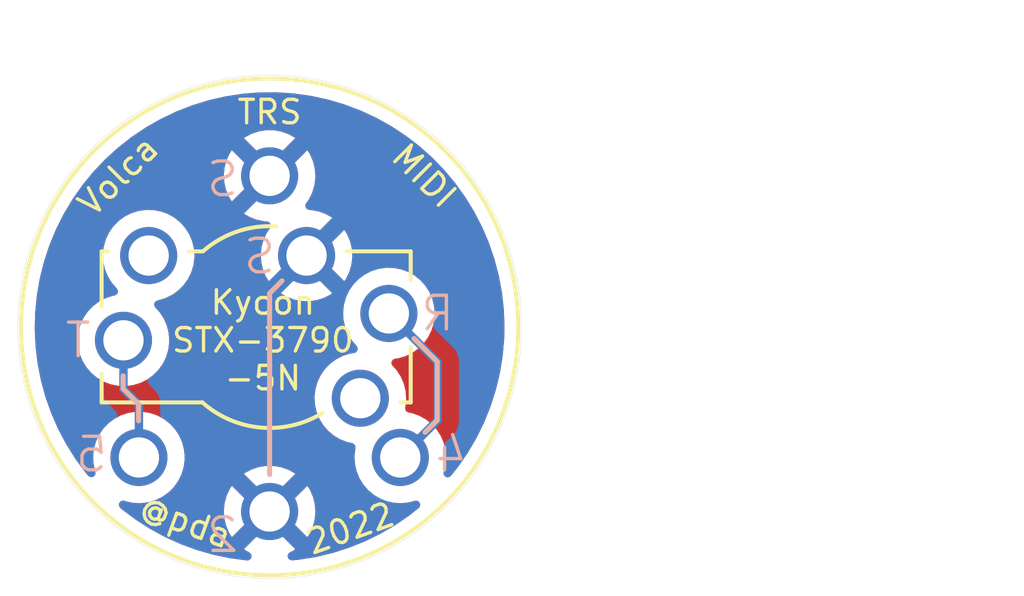
<source format=kicad_pcb>
(kicad_pcb (version 20211014) (generator pcbnew)
  (layers (0 "F.Cu" signal) (31 "B.Cu" signal) (34 "B.Paste" user) (35 "F.Paste" user) (36 "B.SilkS" user "B.Silkscreen") (37 "F.SilkS" user "F.Silkscreen") (38 "B.Mask" user) (39 "F.Mask" user) (44 "Edge.Cuts" user))
  (net 0 "")
  (net 1 "/SLEEVE")
  (net 2 "/RING")
  (net 3 "/TIP")
  (footprint "Library:MIDI DIN5 jack straight" (layer "F.Cu") (at 40 40)
    (fp_text reference "J1" hide)
    (fp_text value "DIN-5_180degree")
    (fp_circle (center 0 0) (end 7.4 0) (layer "F.SilkS") (width 0.12) (fill none))
    (pad "2" thru_hole circle (at 0 5.5) (size 1.7 1.7) (drill 1.2) (layers *.Cu *.Mask) (net 1 "/SLEEVE"))
    (pad "4" thru_hole circle (at 3.89 3.89) (size 1.7 1.7) (drill 1.2) (layers *.Cu *.Mask) (net 2 "/RING"))
    (pad "5" thru_hole circle (at -3.89 3.89) (size 1.7 1.7) (drill 1.2) (layers *.Cu *.Mask) (net 3 "/TIP"))
    (pad "S" thru_hole circle (at 0 -4.5) (size 1.7 1.7) (drill 1.2) (layers *.Cu *.Mask) (net 1 "/SLEEVE"))
  )
  (footprint "Library:3.5mm TRS STX-3790-5N" (layer "F.Cu") (at 40 40)
    (fp_text reference "J2" hide)
    (fp_text value "AudioJack3")
    (fp_line (start 4.2 0.6) (end 4.2 2.25) (layer "F.SilkS") (width 0.12))
    (fp_line (start -5 -0.6) (end -5 -2.25) (layer "F.SilkS") (width 0.12))
    (fp_line (start 4.2 -1.4) (end 4.2 -2.25) (layer "F.SilkS") (width 0.12))
    (fp_line (start 4.2 -2.25) (end 2.3 -2.25) (layer "F.SilkS") (width 0.12))
    (fp_line (start 4.2 2.25) (end 3.9 2.25) (layer "F.SilkS") (width 0.12))
    (fp_line (start -5 2.25) (end -5 1.4) (layer "F.SilkS") (width 0.12))
    (fp_line (start -2 -2.25) (end -2.4 -2.25) (layer "F.SilkS") (width 0.12))
    (fp_line (start -5 2.25) (end -2 2.25) (layer "F.SilkS") (width 0.12))
    (fp_line (start -5 -2.25) (end -4.8 -2.25) (layer "F.SilkS") (width 0.12))
    (fp_arc (start -1.984399 -2.249856) (mid -0.966233 -2.840085) (end 0.200634 -2.993231) (layer "F.SilkS") (width 0.12))
    (fp_arc (start 1.577742 2.56383) (mid -0.263055 2.998883) (end -2 2.25) (layer "F.SilkS") (width 0.12))
    (pad "1" thru_hole circle (at 3.55 -0.4) (size 1.7 1.7) (drill 1.2) (layers *.Cu *.Mask) (net 2 "/RING"))
    (pad "2" thru_hole circle (at 2.7 2.125) (size 1.7 1.7) (drill 1.2) (layers *.Cu *.Mask))
    (pad "3" thru_hole circle (at -3.6 -2.125) (size 1.7 1.7) (drill 1.2) (layers *.Cu *.Mask))
    (pad "4" thru_hole circle (at -4.35 0.4) (size 1.7 1.7) (drill 1.2) (layers *.Cu *.Mask) (net 3 "/TIP"))
    (pad "5" thru_hole circle (at 1.1 -2.125) (size 1.7 1.7) (drill 1.2) (layers *.Cu *.Mask) (net 1 "/SLEEVE"))
  )
  (gr_line (start 36.1 42.3) (end 35.64109 41.84139) (layer "B.SilkS") (width 0.15))
  (gr_line (start 44.989644 41.037054) (end 44.299338 40.346682) (layer "B.SilkS") (width 0.15))
  (gr_line (start 40 44.4) (end 40 39) (layer "B.SilkS") (width 0.15))
  (gr_line (start 36.1 42.8) (end 36.1 42.3) (layer "B.SilkS") (width 0.15))
  (gr_line (start 40 39) (end 40.36942 38.628746) (layer "B.SilkS") (width 0.15))
  (gr_line (start 35.64109 41.84139) (end 35.64109 41.456633) (layer "B.SilkS") (width 0.15))
  (gr_line (start 44.628573 43.141562) (end 44.989644 42.777893) (layer "B.SilkS") (width 0.15))
  (gr_line (start 44.989644 42.777893) (end 44.989644 41.037054) (layer "B.SilkS") (width 0.15))
  (gr_circle (center 40 40) (end 47.5 40) (layer "Edge.Cuts") (width 0.01) (fill none))
  (gr_text "R" (at 45 39.6) (layer "B.SilkS") (effects (font (size 1 1) (thickness 0.1)) (justify mirror)))
  (gr_text "2" (at 38.6 46.2) (layer "B.SilkS") (effects (font (size 1 1) (thickness 0.1)) (justify mirror)))
  (gr_text "S" (at 39.7 37.9) (layer "B.SilkS") (effects (font (size 1 1) (thickness 0.1)) (justify mirror)))
  (gr_text "4" (at 45.4 43.8) (layer "B.SilkS") (effects (font (size 1 1) (thickness 0.1)) (justify mirror)))
  (gr_text "T" (at 34.3 40.4) (layer "B.SilkS") (effects (font (size 1 1) (thickness 0.1)) (justify mirror)))
  (gr_text "5" (at 34.7 43.8) (layer "B.SilkS") (effects (font (size 1 1) (thickness 0.1)) (justify mirror)))
  (gr_text "S" (at 38.6 35.6) (layer "B.SilkS") (effects (font (size 1 1) (thickness 0.1)) (justify mirror)))
  (gr_text "TRS" (at 40 33.6) (layer "F.SilkS") (effects (font (size 0.7 0.7) (thickness 0.1))))
  (gr_text "Kycon\nSTX-3790\n-5N" (at 39.8 40.4) (layer "F.SilkS") (effects (font (size 0.7 0.7) (thickness 0.1))))
  (gr_text "@pda" (at 37.5 45.8 -20) (layer "F.SilkS") (effects (font (size 0.7 0.7) (thickness 0.1))))
  (gr_text "Volca" (at 35.5 35.5 45) (layer "F.SilkS") (effects (font (size 0.7 0.7) (thickness 0.1))))
  (gr_text "MIDI" (at 44.6 35.5 -45) (layer "F.SilkS") (effects (font (size 0.7 0.7) (thickness 0.1))))
  (gr_text "2022" (at 42.4 46 20) (layer "F.SilkS") (effects (font (size 0.7 0.7) (thickness 0.1))))
  (segment (start 43.89 43.89) (end 45 42.78) (width 0.25) (layer "B.Cu") (net 2))
  (segment (start 45 41.05) (end 43.55 39.6) (width 0.25) (layer "B.Cu") (net 2))
  (segment (start 45 42.78) (end 45 41.05) (width 0.25) (layer "B.Cu") (net 2))
  (segment (start 35.65 40.4) (end 35.65 41.85) (width 0.25) (layer "B.Cu") (net 3))
  (segment (start 35.65 41.85) (end 36.11 42.31) (width 0.25) (layer "B.Cu") (net 3))
  (segment (start 36.11 42.31) (end 36.11 43.89) (width 0.25) (layer "B.Cu") (net 3))
  (zone (net 1) (net_name "/SLEEVE") (layers F&B.Cu) (connect_pads (clearance 0.508)) (min_thickness 0.254) (fill yes (thermal_gap 0.508) (thermal_bridge_width 0.508))
    (polygon (pts (xy 48 48) (xy 32 48) (xy 32 32) (xy 48 32)))
  )
)
</source>
